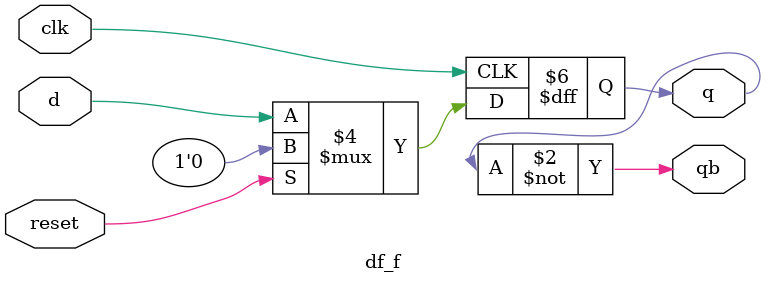
<source format=v>
 module df_f(clk,
           reset,
           d,
           q,
           qb);

 input clk, reset, d;
 output reg q;
 output qb;
 
 always@(posedge clk)
 begin
     if(reset)
        q=0;
     else
        q=d;
 end
 
 assign qb=~q;
       
endmodule         
</source>
